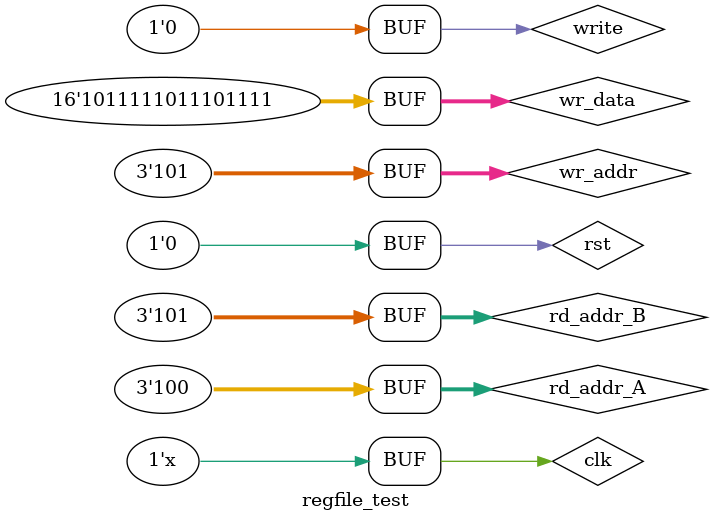
<source format=v>
`timescale 1ns / 1ps


module regfile_test;

	// Inputs
	reg clk;
	reg rst;
	reg write;
	reg [2:0] wr_addr;
	reg [15:0] wr_data;
	reg [2:0] rd_addr_A;
	reg [2:0] rd_addr_B;

	// Outputs
	wire [15:0] rd_data_A;
	wire [15:0] rd_data_B;

	// Instantiate the Unit Under Test (UUT)
	regfile uut (
		.clk(clk), 
		.rst(rst), 
		.write(write), 
		.wr_addr(wr_addr), 
		.wr_data(wr_data), 
		.rd_addr_A(rd_addr_A), 
		.rd_data_A(rd_data_A), 
		.rd_addr_B(rd_addr_B), 
		.rd_data_B(rd_data_B)
	);

	initial begin
		// Initialize Inputs
		clk = 0;
		rst = 0;
		write = 0;
		wr_addr = 0;
		wr_data = 0;
		rd_addr_A = 0;
		rd_addr_B = 0;

		// Wait 100 ns for global reset to finish
		#100;
        
		// Add stimulus here
		wr_addr = 0;
		wr_data = 16'habcd;
		#1 write = 1;
		#1 write = 0;
		#10
		wr_addr = 1;
		wr_data = 16'h1234;
		#1 write = 1;
		#1 write = 0;
		#10
		wr_addr = 2;
		wr_data = 16'h3456;
		#1 write = 1;
		#1 write = 0;
		#10
		wr_addr = 3;
		wr_data = 16'h5678;
		#1 write = 1;
		#1 write = 0;
		#10
		wr_addr = 4;
		wr_data = 16'h9abc;
		#1 write = 1;
		#1 write = 0;
		#10
		wr_addr = 5;
		wr_data = 16'hbeef;
		#1 write = 1;
		#1 write = 0;
		
		rd_addr_A = 0;
		rd_addr_B = 1;
		
		#10
		rd_addr_A = 2;
		rd_addr_B = 3;
		
		#10
		rd_addr_A = 4;
		rd_addr_B = 5;
		
	end
	
	always begin
		#1 clk = !clk;
	end
      
endmodule


</source>
